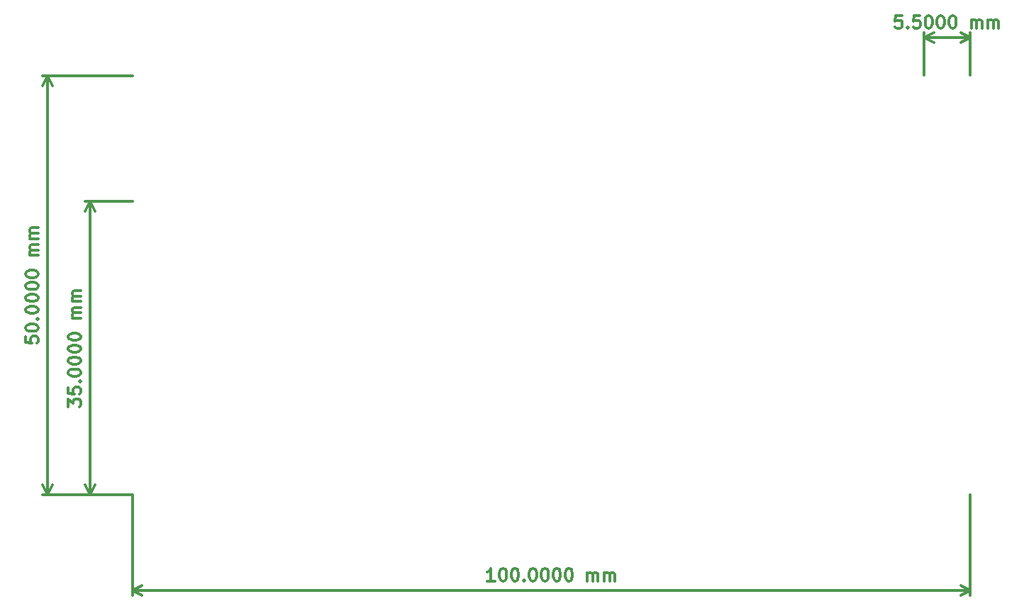
<source format=gbr>
%TF.GenerationSoftware,KiCad,Pcbnew,9.0.1+1*%
%TF.CreationDate,2025-10-01T23:06:09+00:00*%
%TF.ProjectId,rcbus-opl3,72636275-732d-46f7-906c-332e6b696361,@version@*%
%TF.SameCoordinates,Original*%
%TF.FileFunction,OtherDrawing,Comment*%
%FSLAX46Y46*%
G04 Gerber Fmt 4.6, Leading zero omitted, Abs format (unit mm)*
G04 Created by KiCad (PCBNEW 9.0.1+1) date 2025-10-01 23:06:09*
%MOMM*%
%LPD*%
G01*
G04 APERTURE LIST*
%ADD10C,0.300000*%
G04 APERTURE END LIST*
D10*
X47718328Y-145642855D02*
X47718328Y-146357141D01*
X47718328Y-146357141D02*
X48432614Y-146428569D01*
X48432614Y-146428569D02*
X48361185Y-146357141D01*
X48361185Y-146357141D02*
X48289757Y-146214284D01*
X48289757Y-146214284D02*
X48289757Y-145857141D01*
X48289757Y-145857141D02*
X48361185Y-145714284D01*
X48361185Y-145714284D02*
X48432614Y-145642855D01*
X48432614Y-145642855D02*
X48575471Y-145571426D01*
X48575471Y-145571426D02*
X48932614Y-145571426D01*
X48932614Y-145571426D02*
X49075471Y-145642855D01*
X49075471Y-145642855D02*
X49146900Y-145714284D01*
X49146900Y-145714284D02*
X49218328Y-145857141D01*
X49218328Y-145857141D02*
X49218328Y-146214284D01*
X49218328Y-146214284D02*
X49146900Y-146357141D01*
X49146900Y-146357141D02*
X49075471Y-146428569D01*
X47718328Y-144642855D02*
X47718328Y-144499998D01*
X47718328Y-144499998D02*
X47789757Y-144357141D01*
X47789757Y-144357141D02*
X47861185Y-144285713D01*
X47861185Y-144285713D02*
X48004042Y-144214284D01*
X48004042Y-144214284D02*
X48289757Y-144142855D01*
X48289757Y-144142855D02*
X48646900Y-144142855D01*
X48646900Y-144142855D02*
X48932614Y-144214284D01*
X48932614Y-144214284D02*
X49075471Y-144285713D01*
X49075471Y-144285713D02*
X49146900Y-144357141D01*
X49146900Y-144357141D02*
X49218328Y-144499998D01*
X49218328Y-144499998D02*
X49218328Y-144642855D01*
X49218328Y-144642855D02*
X49146900Y-144785713D01*
X49146900Y-144785713D02*
X49075471Y-144857141D01*
X49075471Y-144857141D02*
X48932614Y-144928570D01*
X48932614Y-144928570D02*
X48646900Y-144999998D01*
X48646900Y-144999998D02*
X48289757Y-144999998D01*
X48289757Y-144999998D02*
X48004042Y-144928570D01*
X48004042Y-144928570D02*
X47861185Y-144857141D01*
X47861185Y-144857141D02*
X47789757Y-144785713D01*
X47789757Y-144785713D02*
X47718328Y-144642855D01*
X49075471Y-143499999D02*
X49146900Y-143428570D01*
X49146900Y-143428570D02*
X49218328Y-143499999D01*
X49218328Y-143499999D02*
X49146900Y-143571427D01*
X49146900Y-143571427D02*
X49075471Y-143499999D01*
X49075471Y-143499999D02*
X49218328Y-143499999D01*
X47718328Y-142499998D02*
X47718328Y-142357141D01*
X47718328Y-142357141D02*
X47789757Y-142214284D01*
X47789757Y-142214284D02*
X47861185Y-142142856D01*
X47861185Y-142142856D02*
X48004042Y-142071427D01*
X48004042Y-142071427D02*
X48289757Y-141999998D01*
X48289757Y-141999998D02*
X48646900Y-141999998D01*
X48646900Y-141999998D02*
X48932614Y-142071427D01*
X48932614Y-142071427D02*
X49075471Y-142142856D01*
X49075471Y-142142856D02*
X49146900Y-142214284D01*
X49146900Y-142214284D02*
X49218328Y-142357141D01*
X49218328Y-142357141D02*
X49218328Y-142499998D01*
X49218328Y-142499998D02*
X49146900Y-142642856D01*
X49146900Y-142642856D02*
X49075471Y-142714284D01*
X49075471Y-142714284D02*
X48932614Y-142785713D01*
X48932614Y-142785713D02*
X48646900Y-142857141D01*
X48646900Y-142857141D02*
X48289757Y-142857141D01*
X48289757Y-142857141D02*
X48004042Y-142785713D01*
X48004042Y-142785713D02*
X47861185Y-142714284D01*
X47861185Y-142714284D02*
X47789757Y-142642856D01*
X47789757Y-142642856D02*
X47718328Y-142499998D01*
X47718328Y-141071427D02*
X47718328Y-140928570D01*
X47718328Y-140928570D02*
X47789757Y-140785713D01*
X47789757Y-140785713D02*
X47861185Y-140714285D01*
X47861185Y-140714285D02*
X48004042Y-140642856D01*
X48004042Y-140642856D02*
X48289757Y-140571427D01*
X48289757Y-140571427D02*
X48646900Y-140571427D01*
X48646900Y-140571427D02*
X48932614Y-140642856D01*
X48932614Y-140642856D02*
X49075471Y-140714285D01*
X49075471Y-140714285D02*
X49146900Y-140785713D01*
X49146900Y-140785713D02*
X49218328Y-140928570D01*
X49218328Y-140928570D02*
X49218328Y-141071427D01*
X49218328Y-141071427D02*
X49146900Y-141214285D01*
X49146900Y-141214285D02*
X49075471Y-141285713D01*
X49075471Y-141285713D02*
X48932614Y-141357142D01*
X48932614Y-141357142D02*
X48646900Y-141428570D01*
X48646900Y-141428570D02*
X48289757Y-141428570D01*
X48289757Y-141428570D02*
X48004042Y-141357142D01*
X48004042Y-141357142D02*
X47861185Y-141285713D01*
X47861185Y-141285713D02*
X47789757Y-141214285D01*
X47789757Y-141214285D02*
X47718328Y-141071427D01*
X47718328Y-139642856D02*
X47718328Y-139499999D01*
X47718328Y-139499999D02*
X47789757Y-139357142D01*
X47789757Y-139357142D02*
X47861185Y-139285714D01*
X47861185Y-139285714D02*
X48004042Y-139214285D01*
X48004042Y-139214285D02*
X48289757Y-139142856D01*
X48289757Y-139142856D02*
X48646900Y-139142856D01*
X48646900Y-139142856D02*
X48932614Y-139214285D01*
X48932614Y-139214285D02*
X49075471Y-139285714D01*
X49075471Y-139285714D02*
X49146900Y-139357142D01*
X49146900Y-139357142D02*
X49218328Y-139499999D01*
X49218328Y-139499999D02*
X49218328Y-139642856D01*
X49218328Y-139642856D02*
X49146900Y-139785714D01*
X49146900Y-139785714D02*
X49075471Y-139857142D01*
X49075471Y-139857142D02*
X48932614Y-139928571D01*
X48932614Y-139928571D02*
X48646900Y-139999999D01*
X48646900Y-139999999D02*
X48289757Y-139999999D01*
X48289757Y-139999999D02*
X48004042Y-139928571D01*
X48004042Y-139928571D02*
X47861185Y-139857142D01*
X47861185Y-139857142D02*
X47789757Y-139785714D01*
X47789757Y-139785714D02*
X47718328Y-139642856D01*
X47718328Y-138214285D02*
X47718328Y-138071428D01*
X47718328Y-138071428D02*
X47789757Y-137928571D01*
X47789757Y-137928571D02*
X47861185Y-137857143D01*
X47861185Y-137857143D02*
X48004042Y-137785714D01*
X48004042Y-137785714D02*
X48289757Y-137714285D01*
X48289757Y-137714285D02*
X48646900Y-137714285D01*
X48646900Y-137714285D02*
X48932614Y-137785714D01*
X48932614Y-137785714D02*
X49075471Y-137857143D01*
X49075471Y-137857143D02*
X49146900Y-137928571D01*
X49146900Y-137928571D02*
X49218328Y-138071428D01*
X49218328Y-138071428D02*
X49218328Y-138214285D01*
X49218328Y-138214285D02*
X49146900Y-138357143D01*
X49146900Y-138357143D02*
X49075471Y-138428571D01*
X49075471Y-138428571D02*
X48932614Y-138500000D01*
X48932614Y-138500000D02*
X48646900Y-138571428D01*
X48646900Y-138571428D02*
X48289757Y-138571428D01*
X48289757Y-138571428D02*
X48004042Y-138500000D01*
X48004042Y-138500000D02*
X47861185Y-138428571D01*
X47861185Y-138428571D02*
X47789757Y-138357143D01*
X47789757Y-138357143D02*
X47718328Y-138214285D01*
X49218328Y-135928572D02*
X48218328Y-135928572D01*
X48361185Y-135928572D02*
X48289757Y-135857143D01*
X48289757Y-135857143D02*
X48218328Y-135714286D01*
X48218328Y-135714286D02*
X48218328Y-135500000D01*
X48218328Y-135500000D02*
X48289757Y-135357143D01*
X48289757Y-135357143D02*
X48432614Y-135285715D01*
X48432614Y-135285715D02*
X49218328Y-135285715D01*
X48432614Y-135285715D02*
X48289757Y-135214286D01*
X48289757Y-135214286D02*
X48218328Y-135071429D01*
X48218328Y-135071429D02*
X48218328Y-134857143D01*
X48218328Y-134857143D02*
X48289757Y-134714286D01*
X48289757Y-134714286D02*
X48432614Y-134642857D01*
X48432614Y-134642857D02*
X49218328Y-134642857D01*
X49218328Y-133928572D02*
X48218328Y-133928572D01*
X48361185Y-133928572D02*
X48289757Y-133857143D01*
X48289757Y-133857143D02*
X48218328Y-133714286D01*
X48218328Y-133714286D02*
X48218328Y-133500000D01*
X48218328Y-133500000D02*
X48289757Y-133357143D01*
X48289757Y-133357143D02*
X48432614Y-133285715D01*
X48432614Y-133285715D02*
X49218328Y-133285715D01*
X48432614Y-133285715D02*
X48289757Y-133214286D01*
X48289757Y-133214286D02*
X48218328Y-133071429D01*
X48218328Y-133071429D02*
X48218328Y-132857143D01*
X48218328Y-132857143D02*
X48289757Y-132714286D01*
X48289757Y-132714286D02*
X48432614Y-132642857D01*
X48432614Y-132642857D02*
X49218328Y-132642857D01*
X60500000Y-114500000D02*
X49753580Y-114500000D01*
X60500000Y-164500000D02*
X49753580Y-164500000D01*
X50340000Y-114500000D02*
X50340000Y-164500000D01*
X50340000Y-114500000D02*
X50926421Y-115626504D01*
X50340000Y-114500000D02*
X49753579Y-115626504D01*
X50340000Y-164500000D02*
X49753579Y-163373496D01*
X50340000Y-164500000D02*
X50926421Y-163373496D01*
X152321429Y-107274448D02*
X151607143Y-107274448D01*
X151607143Y-107274448D02*
X151535715Y-107988734D01*
X151535715Y-107988734D02*
X151607143Y-107917305D01*
X151607143Y-107917305D02*
X151750001Y-107845877D01*
X151750001Y-107845877D02*
X152107143Y-107845877D01*
X152107143Y-107845877D02*
X152250001Y-107917305D01*
X152250001Y-107917305D02*
X152321429Y-107988734D01*
X152321429Y-107988734D02*
X152392858Y-108131591D01*
X152392858Y-108131591D02*
X152392858Y-108488734D01*
X152392858Y-108488734D02*
X152321429Y-108631591D01*
X152321429Y-108631591D02*
X152250001Y-108703020D01*
X152250001Y-108703020D02*
X152107143Y-108774448D01*
X152107143Y-108774448D02*
X151750001Y-108774448D01*
X151750001Y-108774448D02*
X151607143Y-108703020D01*
X151607143Y-108703020D02*
X151535715Y-108631591D01*
X153035714Y-108631591D02*
X153107143Y-108703020D01*
X153107143Y-108703020D02*
X153035714Y-108774448D01*
X153035714Y-108774448D02*
X152964286Y-108703020D01*
X152964286Y-108703020D02*
X153035714Y-108631591D01*
X153035714Y-108631591D02*
X153035714Y-108774448D01*
X154464286Y-107274448D02*
X153750000Y-107274448D01*
X153750000Y-107274448D02*
X153678572Y-107988734D01*
X153678572Y-107988734D02*
X153750000Y-107917305D01*
X153750000Y-107917305D02*
X153892858Y-107845877D01*
X153892858Y-107845877D02*
X154250000Y-107845877D01*
X154250000Y-107845877D02*
X154392858Y-107917305D01*
X154392858Y-107917305D02*
X154464286Y-107988734D01*
X154464286Y-107988734D02*
X154535715Y-108131591D01*
X154535715Y-108131591D02*
X154535715Y-108488734D01*
X154535715Y-108488734D02*
X154464286Y-108631591D01*
X154464286Y-108631591D02*
X154392858Y-108703020D01*
X154392858Y-108703020D02*
X154250000Y-108774448D01*
X154250000Y-108774448D02*
X153892858Y-108774448D01*
X153892858Y-108774448D02*
X153750000Y-108703020D01*
X153750000Y-108703020D02*
X153678572Y-108631591D01*
X155464286Y-107274448D02*
X155607143Y-107274448D01*
X155607143Y-107274448D02*
X155750000Y-107345877D01*
X155750000Y-107345877D02*
X155821429Y-107417305D01*
X155821429Y-107417305D02*
X155892857Y-107560162D01*
X155892857Y-107560162D02*
X155964286Y-107845877D01*
X155964286Y-107845877D02*
X155964286Y-108203020D01*
X155964286Y-108203020D02*
X155892857Y-108488734D01*
X155892857Y-108488734D02*
X155821429Y-108631591D01*
X155821429Y-108631591D02*
X155750000Y-108703020D01*
X155750000Y-108703020D02*
X155607143Y-108774448D01*
X155607143Y-108774448D02*
X155464286Y-108774448D01*
X155464286Y-108774448D02*
X155321429Y-108703020D01*
X155321429Y-108703020D02*
X155250000Y-108631591D01*
X155250000Y-108631591D02*
X155178571Y-108488734D01*
X155178571Y-108488734D02*
X155107143Y-108203020D01*
X155107143Y-108203020D02*
X155107143Y-107845877D01*
X155107143Y-107845877D02*
X155178571Y-107560162D01*
X155178571Y-107560162D02*
X155250000Y-107417305D01*
X155250000Y-107417305D02*
X155321429Y-107345877D01*
X155321429Y-107345877D02*
X155464286Y-107274448D01*
X156892857Y-107274448D02*
X157035714Y-107274448D01*
X157035714Y-107274448D02*
X157178571Y-107345877D01*
X157178571Y-107345877D02*
X157250000Y-107417305D01*
X157250000Y-107417305D02*
X157321428Y-107560162D01*
X157321428Y-107560162D02*
X157392857Y-107845877D01*
X157392857Y-107845877D02*
X157392857Y-108203020D01*
X157392857Y-108203020D02*
X157321428Y-108488734D01*
X157321428Y-108488734D02*
X157250000Y-108631591D01*
X157250000Y-108631591D02*
X157178571Y-108703020D01*
X157178571Y-108703020D02*
X157035714Y-108774448D01*
X157035714Y-108774448D02*
X156892857Y-108774448D01*
X156892857Y-108774448D02*
X156750000Y-108703020D01*
X156750000Y-108703020D02*
X156678571Y-108631591D01*
X156678571Y-108631591D02*
X156607142Y-108488734D01*
X156607142Y-108488734D02*
X156535714Y-108203020D01*
X156535714Y-108203020D02*
X156535714Y-107845877D01*
X156535714Y-107845877D02*
X156607142Y-107560162D01*
X156607142Y-107560162D02*
X156678571Y-107417305D01*
X156678571Y-107417305D02*
X156750000Y-107345877D01*
X156750000Y-107345877D02*
X156892857Y-107274448D01*
X158321428Y-107274448D02*
X158464285Y-107274448D01*
X158464285Y-107274448D02*
X158607142Y-107345877D01*
X158607142Y-107345877D02*
X158678571Y-107417305D01*
X158678571Y-107417305D02*
X158749999Y-107560162D01*
X158749999Y-107560162D02*
X158821428Y-107845877D01*
X158821428Y-107845877D02*
X158821428Y-108203020D01*
X158821428Y-108203020D02*
X158749999Y-108488734D01*
X158749999Y-108488734D02*
X158678571Y-108631591D01*
X158678571Y-108631591D02*
X158607142Y-108703020D01*
X158607142Y-108703020D02*
X158464285Y-108774448D01*
X158464285Y-108774448D02*
X158321428Y-108774448D01*
X158321428Y-108774448D02*
X158178571Y-108703020D01*
X158178571Y-108703020D02*
X158107142Y-108631591D01*
X158107142Y-108631591D02*
X158035713Y-108488734D01*
X158035713Y-108488734D02*
X157964285Y-108203020D01*
X157964285Y-108203020D02*
X157964285Y-107845877D01*
X157964285Y-107845877D02*
X158035713Y-107560162D01*
X158035713Y-107560162D02*
X158107142Y-107417305D01*
X158107142Y-107417305D02*
X158178571Y-107345877D01*
X158178571Y-107345877D02*
X158321428Y-107274448D01*
X160607141Y-108774448D02*
X160607141Y-107774448D01*
X160607141Y-107917305D02*
X160678570Y-107845877D01*
X160678570Y-107845877D02*
X160821427Y-107774448D01*
X160821427Y-107774448D02*
X161035713Y-107774448D01*
X161035713Y-107774448D02*
X161178570Y-107845877D01*
X161178570Y-107845877D02*
X161249999Y-107988734D01*
X161249999Y-107988734D02*
X161249999Y-108774448D01*
X161249999Y-107988734D02*
X161321427Y-107845877D01*
X161321427Y-107845877D02*
X161464284Y-107774448D01*
X161464284Y-107774448D02*
X161678570Y-107774448D01*
X161678570Y-107774448D02*
X161821427Y-107845877D01*
X161821427Y-107845877D02*
X161892856Y-107988734D01*
X161892856Y-107988734D02*
X161892856Y-108774448D01*
X162607141Y-108774448D02*
X162607141Y-107774448D01*
X162607141Y-107917305D02*
X162678570Y-107845877D01*
X162678570Y-107845877D02*
X162821427Y-107774448D01*
X162821427Y-107774448D02*
X163035713Y-107774448D01*
X163035713Y-107774448D02*
X163178570Y-107845877D01*
X163178570Y-107845877D02*
X163249999Y-107988734D01*
X163249999Y-107988734D02*
X163249999Y-108774448D01*
X163249999Y-107988734D02*
X163321427Y-107845877D01*
X163321427Y-107845877D02*
X163464284Y-107774448D01*
X163464284Y-107774448D02*
X163678570Y-107774448D01*
X163678570Y-107774448D02*
X163821427Y-107845877D01*
X163821427Y-107845877D02*
X163892856Y-107988734D01*
X163892856Y-107988734D02*
X163892856Y-108774448D01*
X160500000Y-114396120D02*
X160500000Y-109309700D01*
X155000000Y-114396120D02*
X155000000Y-109309700D01*
X160500000Y-109896120D02*
X155000000Y-109896120D01*
X160500000Y-109896120D02*
X159373496Y-110482541D01*
X160500000Y-109896120D02*
X159373496Y-109309699D01*
X155000000Y-109896120D02*
X156126504Y-109309699D01*
X155000000Y-109896120D02*
X156126504Y-110482541D01*
X103714287Y-174808328D02*
X102857144Y-174808328D01*
X103285715Y-174808328D02*
X103285715Y-173308328D01*
X103285715Y-173308328D02*
X103142858Y-173522614D01*
X103142858Y-173522614D02*
X103000001Y-173665471D01*
X103000001Y-173665471D02*
X102857144Y-173736900D01*
X104642858Y-173308328D02*
X104785715Y-173308328D01*
X104785715Y-173308328D02*
X104928572Y-173379757D01*
X104928572Y-173379757D02*
X105000001Y-173451185D01*
X105000001Y-173451185D02*
X105071429Y-173594042D01*
X105071429Y-173594042D02*
X105142858Y-173879757D01*
X105142858Y-173879757D02*
X105142858Y-174236900D01*
X105142858Y-174236900D02*
X105071429Y-174522614D01*
X105071429Y-174522614D02*
X105000001Y-174665471D01*
X105000001Y-174665471D02*
X104928572Y-174736900D01*
X104928572Y-174736900D02*
X104785715Y-174808328D01*
X104785715Y-174808328D02*
X104642858Y-174808328D01*
X104642858Y-174808328D02*
X104500001Y-174736900D01*
X104500001Y-174736900D02*
X104428572Y-174665471D01*
X104428572Y-174665471D02*
X104357143Y-174522614D01*
X104357143Y-174522614D02*
X104285715Y-174236900D01*
X104285715Y-174236900D02*
X104285715Y-173879757D01*
X104285715Y-173879757D02*
X104357143Y-173594042D01*
X104357143Y-173594042D02*
X104428572Y-173451185D01*
X104428572Y-173451185D02*
X104500001Y-173379757D01*
X104500001Y-173379757D02*
X104642858Y-173308328D01*
X106071429Y-173308328D02*
X106214286Y-173308328D01*
X106214286Y-173308328D02*
X106357143Y-173379757D01*
X106357143Y-173379757D02*
X106428572Y-173451185D01*
X106428572Y-173451185D02*
X106500000Y-173594042D01*
X106500000Y-173594042D02*
X106571429Y-173879757D01*
X106571429Y-173879757D02*
X106571429Y-174236900D01*
X106571429Y-174236900D02*
X106500000Y-174522614D01*
X106500000Y-174522614D02*
X106428572Y-174665471D01*
X106428572Y-174665471D02*
X106357143Y-174736900D01*
X106357143Y-174736900D02*
X106214286Y-174808328D01*
X106214286Y-174808328D02*
X106071429Y-174808328D01*
X106071429Y-174808328D02*
X105928572Y-174736900D01*
X105928572Y-174736900D02*
X105857143Y-174665471D01*
X105857143Y-174665471D02*
X105785714Y-174522614D01*
X105785714Y-174522614D02*
X105714286Y-174236900D01*
X105714286Y-174236900D02*
X105714286Y-173879757D01*
X105714286Y-173879757D02*
X105785714Y-173594042D01*
X105785714Y-173594042D02*
X105857143Y-173451185D01*
X105857143Y-173451185D02*
X105928572Y-173379757D01*
X105928572Y-173379757D02*
X106071429Y-173308328D01*
X107214285Y-174665471D02*
X107285714Y-174736900D01*
X107285714Y-174736900D02*
X107214285Y-174808328D01*
X107214285Y-174808328D02*
X107142857Y-174736900D01*
X107142857Y-174736900D02*
X107214285Y-174665471D01*
X107214285Y-174665471D02*
X107214285Y-174808328D01*
X108214286Y-173308328D02*
X108357143Y-173308328D01*
X108357143Y-173308328D02*
X108500000Y-173379757D01*
X108500000Y-173379757D02*
X108571429Y-173451185D01*
X108571429Y-173451185D02*
X108642857Y-173594042D01*
X108642857Y-173594042D02*
X108714286Y-173879757D01*
X108714286Y-173879757D02*
X108714286Y-174236900D01*
X108714286Y-174236900D02*
X108642857Y-174522614D01*
X108642857Y-174522614D02*
X108571429Y-174665471D01*
X108571429Y-174665471D02*
X108500000Y-174736900D01*
X108500000Y-174736900D02*
X108357143Y-174808328D01*
X108357143Y-174808328D02*
X108214286Y-174808328D01*
X108214286Y-174808328D02*
X108071429Y-174736900D01*
X108071429Y-174736900D02*
X108000000Y-174665471D01*
X108000000Y-174665471D02*
X107928571Y-174522614D01*
X107928571Y-174522614D02*
X107857143Y-174236900D01*
X107857143Y-174236900D02*
X107857143Y-173879757D01*
X107857143Y-173879757D02*
X107928571Y-173594042D01*
X107928571Y-173594042D02*
X108000000Y-173451185D01*
X108000000Y-173451185D02*
X108071429Y-173379757D01*
X108071429Y-173379757D02*
X108214286Y-173308328D01*
X109642857Y-173308328D02*
X109785714Y-173308328D01*
X109785714Y-173308328D02*
X109928571Y-173379757D01*
X109928571Y-173379757D02*
X110000000Y-173451185D01*
X110000000Y-173451185D02*
X110071428Y-173594042D01*
X110071428Y-173594042D02*
X110142857Y-173879757D01*
X110142857Y-173879757D02*
X110142857Y-174236900D01*
X110142857Y-174236900D02*
X110071428Y-174522614D01*
X110071428Y-174522614D02*
X110000000Y-174665471D01*
X110000000Y-174665471D02*
X109928571Y-174736900D01*
X109928571Y-174736900D02*
X109785714Y-174808328D01*
X109785714Y-174808328D02*
X109642857Y-174808328D01*
X109642857Y-174808328D02*
X109500000Y-174736900D01*
X109500000Y-174736900D02*
X109428571Y-174665471D01*
X109428571Y-174665471D02*
X109357142Y-174522614D01*
X109357142Y-174522614D02*
X109285714Y-174236900D01*
X109285714Y-174236900D02*
X109285714Y-173879757D01*
X109285714Y-173879757D02*
X109357142Y-173594042D01*
X109357142Y-173594042D02*
X109428571Y-173451185D01*
X109428571Y-173451185D02*
X109500000Y-173379757D01*
X109500000Y-173379757D02*
X109642857Y-173308328D01*
X111071428Y-173308328D02*
X111214285Y-173308328D01*
X111214285Y-173308328D02*
X111357142Y-173379757D01*
X111357142Y-173379757D02*
X111428571Y-173451185D01*
X111428571Y-173451185D02*
X111499999Y-173594042D01*
X111499999Y-173594042D02*
X111571428Y-173879757D01*
X111571428Y-173879757D02*
X111571428Y-174236900D01*
X111571428Y-174236900D02*
X111499999Y-174522614D01*
X111499999Y-174522614D02*
X111428571Y-174665471D01*
X111428571Y-174665471D02*
X111357142Y-174736900D01*
X111357142Y-174736900D02*
X111214285Y-174808328D01*
X111214285Y-174808328D02*
X111071428Y-174808328D01*
X111071428Y-174808328D02*
X110928571Y-174736900D01*
X110928571Y-174736900D02*
X110857142Y-174665471D01*
X110857142Y-174665471D02*
X110785713Y-174522614D01*
X110785713Y-174522614D02*
X110714285Y-174236900D01*
X110714285Y-174236900D02*
X110714285Y-173879757D01*
X110714285Y-173879757D02*
X110785713Y-173594042D01*
X110785713Y-173594042D02*
X110857142Y-173451185D01*
X110857142Y-173451185D02*
X110928571Y-173379757D01*
X110928571Y-173379757D02*
X111071428Y-173308328D01*
X112499999Y-173308328D02*
X112642856Y-173308328D01*
X112642856Y-173308328D02*
X112785713Y-173379757D01*
X112785713Y-173379757D02*
X112857142Y-173451185D01*
X112857142Y-173451185D02*
X112928570Y-173594042D01*
X112928570Y-173594042D02*
X112999999Y-173879757D01*
X112999999Y-173879757D02*
X112999999Y-174236900D01*
X112999999Y-174236900D02*
X112928570Y-174522614D01*
X112928570Y-174522614D02*
X112857142Y-174665471D01*
X112857142Y-174665471D02*
X112785713Y-174736900D01*
X112785713Y-174736900D02*
X112642856Y-174808328D01*
X112642856Y-174808328D02*
X112499999Y-174808328D01*
X112499999Y-174808328D02*
X112357142Y-174736900D01*
X112357142Y-174736900D02*
X112285713Y-174665471D01*
X112285713Y-174665471D02*
X112214284Y-174522614D01*
X112214284Y-174522614D02*
X112142856Y-174236900D01*
X112142856Y-174236900D02*
X112142856Y-173879757D01*
X112142856Y-173879757D02*
X112214284Y-173594042D01*
X112214284Y-173594042D02*
X112285713Y-173451185D01*
X112285713Y-173451185D02*
X112357142Y-173379757D01*
X112357142Y-173379757D02*
X112499999Y-173308328D01*
X114785712Y-174808328D02*
X114785712Y-173808328D01*
X114785712Y-173951185D02*
X114857141Y-173879757D01*
X114857141Y-173879757D02*
X114999998Y-173808328D01*
X114999998Y-173808328D02*
X115214284Y-173808328D01*
X115214284Y-173808328D02*
X115357141Y-173879757D01*
X115357141Y-173879757D02*
X115428570Y-174022614D01*
X115428570Y-174022614D02*
X115428570Y-174808328D01*
X115428570Y-174022614D02*
X115499998Y-173879757D01*
X115499998Y-173879757D02*
X115642855Y-173808328D01*
X115642855Y-173808328D02*
X115857141Y-173808328D01*
X115857141Y-173808328D02*
X115999998Y-173879757D01*
X115999998Y-173879757D02*
X116071427Y-174022614D01*
X116071427Y-174022614D02*
X116071427Y-174808328D01*
X116785712Y-174808328D02*
X116785712Y-173808328D01*
X116785712Y-173951185D02*
X116857141Y-173879757D01*
X116857141Y-173879757D02*
X116999998Y-173808328D01*
X116999998Y-173808328D02*
X117214284Y-173808328D01*
X117214284Y-173808328D02*
X117357141Y-173879757D01*
X117357141Y-173879757D02*
X117428570Y-174022614D01*
X117428570Y-174022614D02*
X117428570Y-174808328D01*
X117428570Y-174022614D02*
X117499998Y-173879757D01*
X117499998Y-173879757D02*
X117642855Y-173808328D01*
X117642855Y-173808328D02*
X117857141Y-173808328D01*
X117857141Y-173808328D02*
X117999998Y-173879757D01*
X117999998Y-173879757D02*
X118071427Y-174022614D01*
X118071427Y-174022614D02*
X118071427Y-174808328D01*
X160500000Y-164500000D02*
X160500000Y-176516420D01*
X60500000Y-164500000D02*
X60500000Y-176516420D01*
X160500000Y-175930000D02*
X60500000Y-175930000D01*
X160500000Y-175930000D02*
X159373496Y-176516421D01*
X160500000Y-175930000D02*
X159373496Y-175343579D01*
X60500000Y-175930000D02*
X61626504Y-175343579D01*
X60500000Y-175930000D02*
X61626504Y-176516421D01*
X52798328Y-153999998D02*
X52798328Y-153071426D01*
X52798328Y-153071426D02*
X53369757Y-153571426D01*
X53369757Y-153571426D02*
X53369757Y-153357141D01*
X53369757Y-153357141D02*
X53441185Y-153214284D01*
X53441185Y-153214284D02*
X53512614Y-153142855D01*
X53512614Y-153142855D02*
X53655471Y-153071426D01*
X53655471Y-153071426D02*
X54012614Y-153071426D01*
X54012614Y-153071426D02*
X54155471Y-153142855D01*
X54155471Y-153142855D02*
X54226900Y-153214284D01*
X54226900Y-153214284D02*
X54298328Y-153357141D01*
X54298328Y-153357141D02*
X54298328Y-153785712D01*
X54298328Y-153785712D02*
X54226900Y-153928569D01*
X54226900Y-153928569D02*
X54155471Y-153999998D01*
X52798328Y-151714284D02*
X52798328Y-152428570D01*
X52798328Y-152428570D02*
X53512614Y-152499998D01*
X53512614Y-152499998D02*
X53441185Y-152428570D01*
X53441185Y-152428570D02*
X53369757Y-152285713D01*
X53369757Y-152285713D02*
X53369757Y-151928570D01*
X53369757Y-151928570D02*
X53441185Y-151785713D01*
X53441185Y-151785713D02*
X53512614Y-151714284D01*
X53512614Y-151714284D02*
X53655471Y-151642855D01*
X53655471Y-151642855D02*
X54012614Y-151642855D01*
X54012614Y-151642855D02*
X54155471Y-151714284D01*
X54155471Y-151714284D02*
X54226900Y-151785713D01*
X54226900Y-151785713D02*
X54298328Y-151928570D01*
X54298328Y-151928570D02*
X54298328Y-152285713D01*
X54298328Y-152285713D02*
X54226900Y-152428570D01*
X54226900Y-152428570D02*
X54155471Y-152499998D01*
X54155471Y-150999999D02*
X54226900Y-150928570D01*
X54226900Y-150928570D02*
X54298328Y-150999999D01*
X54298328Y-150999999D02*
X54226900Y-151071427D01*
X54226900Y-151071427D02*
X54155471Y-150999999D01*
X54155471Y-150999999D02*
X54298328Y-150999999D01*
X52798328Y-149999998D02*
X52798328Y-149857141D01*
X52798328Y-149857141D02*
X52869757Y-149714284D01*
X52869757Y-149714284D02*
X52941185Y-149642856D01*
X52941185Y-149642856D02*
X53084042Y-149571427D01*
X53084042Y-149571427D02*
X53369757Y-149499998D01*
X53369757Y-149499998D02*
X53726900Y-149499998D01*
X53726900Y-149499998D02*
X54012614Y-149571427D01*
X54012614Y-149571427D02*
X54155471Y-149642856D01*
X54155471Y-149642856D02*
X54226900Y-149714284D01*
X54226900Y-149714284D02*
X54298328Y-149857141D01*
X54298328Y-149857141D02*
X54298328Y-149999998D01*
X54298328Y-149999998D02*
X54226900Y-150142856D01*
X54226900Y-150142856D02*
X54155471Y-150214284D01*
X54155471Y-150214284D02*
X54012614Y-150285713D01*
X54012614Y-150285713D02*
X53726900Y-150357141D01*
X53726900Y-150357141D02*
X53369757Y-150357141D01*
X53369757Y-150357141D02*
X53084042Y-150285713D01*
X53084042Y-150285713D02*
X52941185Y-150214284D01*
X52941185Y-150214284D02*
X52869757Y-150142856D01*
X52869757Y-150142856D02*
X52798328Y-149999998D01*
X52798328Y-148571427D02*
X52798328Y-148428570D01*
X52798328Y-148428570D02*
X52869757Y-148285713D01*
X52869757Y-148285713D02*
X52941185Y-148214285D01*
X52941185Y-148214285D02*
X53084042Y-148142856D01*
X53084042Y-148142856D02*
X53369757Y-148071427D01*
X53369757Y-148071427D02*
X53726900Y-148071427D01*
X53726900Y-148071427D02*
X54012614Y-148142856D01*
X54012614Y-148142856D02*
X54155471Y-148214285D01*
X54155471Y-148214285D02*
X54226900Y-148285713D01*
X54226900Y-148285713D02*
X54298328Y-148428570D01*
X54298328Y-148428570D02*
X54298328Y-148571427D01*
X54298328Y-148571427D02*
X54226900Y-148714285D01*
X54226900Y-148714285D02*
X54155471Y-148785713D01*
X54155471Y-148785713D02*
X54012614Y-148857142D01*
X54012614Y-148857142D02*
X53726900Y-148928570D01*
X53726900Y-148928570D02*
X53369757Y-148928570D01*
X53369757Y-148928570D02*
X53084042Y-148857142D01*
X53084042Y-148857142D02*
X52941185Y-148785713D01*
X52941185Y-148785713D02*
X52869757Y-148714285D01*
X52869757Y-148714285D02*
X52798328Y-148571427D01*
X52798328Y-147142856D02*
X52798328Y-146999999D01*
X52798328Y-146999999D02*
X52869757Y-146857142D01*
X52869757Y-146857142D02*
X52941185Y-146785714D01*
X52941185Y-146785714D02*
X53084042Y-146714285D01*
X53084042Y-146714285D02*
X53369757Y-146642856D01*
X53369757Y-146642856D02*
X53726900Y-146642856D01*
X53726900Y-146642856D02*
X54012614Y-146714285D01*
X54012614Y-146714285D02*
X54155471Y-146785714D01*
X54155471Y-146785714D02*
X54226900Y-146857142D01*
X54226900Y-146857142D02*
X54298328Y-146999999D01*
X54298328Y-146999999D02*
X54298328Y-147142856D01*
X54298328Y-147142856D02*
X54226900Y-147285714D01*
X54226900Y-147285714D02*
X54155471Y-147357142D01*
X54155471Y-147357142D02*
X54012614Y-147428571D01*
X54012614Y-147428571D02*
X53726900Y-147499999D01*
X53726900Y-147499999D02*
X53369757Y-147499999D01*
X53369757Y-147499999D02*
X53084042Y-147428571D01*
X53084042Y-147428571D02*
X52941185Y-147357142D01*
X52941185Y-147357142D02*
X52869757Y-147285714D01*
X52869757Y-147285714D02*
X52798328Y-147142856D01*
X52798328Y-145714285D02*
X52798328Y-145571428D01*
X52798328Y-145571428D02*
X52869757Y-145428571D01*
X52869757Y-145428571D02*
X52941185Y-145357143D01*
X52941185Y-145357143D02*
X53084042Y-145285714D01*
X53084042Y-145285714D02*
X53369757Y-145214285D01*
X53369757Y-145214285D02*
X53726900Y-145214285D01*
X53726900Y-145214285D02*
X54012614Y-145285714D01*
X54012614Y-145285714D02*
X54155471Y-145357143D01*
X54155471Y-145357143D02*
X54226900Y-145428571D01*
X54226900Y-145428571D02*
X54298328Y-145571428D01*
X54298328Y-145571428D02*
X54298328Y-145714285D01*
X54298328Y-145714285D02*
X54226900Y-145857143D01*
X54226900Y-145857143D02*
X54155471Y-145928571D01*
X54155471Y-145928571D02*
X54012614Y-146000000D01*
X54012614Y-146000000D02*
X53726900Y-146071428D01*
X53726900Y-146071428D02*
X53369757Y-146071428D01*
X53369757Y-146071428D02*
X53084042Y-146000000D01*
X53084042Y-146000000D02*
X52941185Y-145928571D01*
X52941185Y-145928571D02*
X52869757Y-145857143D01*
X52869757Y-145857143D02*
X52798328Y-145714285D01*
X54298328Y-143428572D02*
X53298328Y-143428572D01*
X53441185Y-143428572D02*
X53369757Y-143357143D01*
X53369757Y-143357143D02*
X53298328Y-143214286D01*
X53298328Y-143214286D02*
X53298328Y-143000000D01*
X53298328Y-143000000D02*
X53369757Y-142857143D01*
X53369757Y-142857143D02*
X53512614Y-142785715D01*
X53512614Y-142785715D02*
X54298328Y-142785715D01*
X53512614Y-142785715D02*
X53369757Y-142714286D01*
X53369757Y-142714286D02*
X53298328Y-142571429D01*
X53298328Y-142571429D02*
X53298328Y-142357143D01*
X53298328Y-142357143D02*
X53369757Y-142214286D01*
X53369757Y-142214286D02*
X53512614Y-142142857D01*
X53512614Y-142142857D02*
X54298328Y-142142857D01*
X54298328Y-141428572D02*
X53298328Y-141428572D01*
X53441185Y-141428572D02*
X53369757Y-141357143D01*
X53369757Y-141357143D02*
X53298328Y-141214286D01*
X53298328Y-141214286D02*
X53298328Y-141000000D01*
X53298328Y-141000000D02*
X53369757Y-140857143D01*
X53369757Y-140857143D02*
X53512614Y-140785715D01*
X53512614Y-140785715D02*
X54298328Y-140785715D01*
X53512614Y-140785715D02*
X53369757Y-140714286D01*
X53369757Y-140714286D02*
X53298328Y-140571429D01*
X53298328Y-140571429D02*
X53298328Y-140357143D01*
X53298328Y-140357143D02*
X53369757Y-140214286D01*
X53369757Y-140214286D02*
X53512614Y-140142857D01*
X53512614Y-140142857D02*
X54298328Y-140142857D01*
X60500000Y-129500000D02*
X54833580Y-129500000D01*
X60500000Y-164500000D02*
X54833580Y-164500000D01*
X55420000Y-129500000D02*
X55420000Y-164500000D01*
X55420000Y-129500000D02*
X56006421Y-130626504D01*
X55420000Y-129500000D02*
X54833579Y-130626504D01*
X55420000Y-164500000D02*
X54833579Y-163373496D01*
X55420000Y-164500000D02*
X56006421Y-163373496D01*
M02*

</source>
